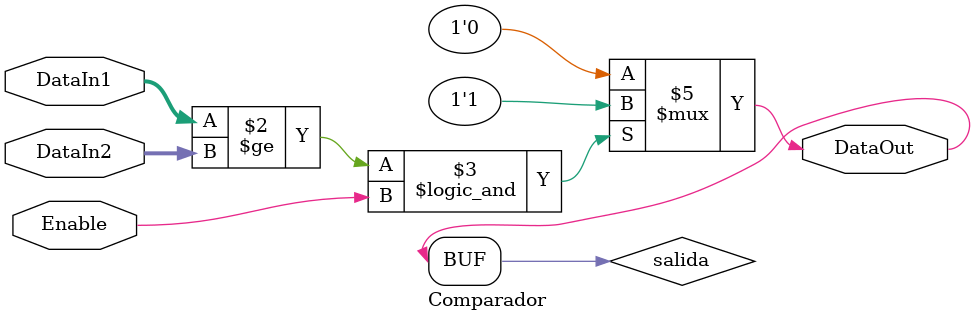
<source format=v>
`timescale 1ns / 1ps

module Comparador # (parameter SAMPLES=128, parameter OSF=8) (Enable,DataIn1,DataIn2,DataOut);
	input wire Enable;	
    input wire [$clog2(SAMPLES*OSF):0] DataIn1;//actual
    input wire [$clog2(SAMPLES*OSF):0] DataIn2;//media movil
    output wire DataOut;

    reg salida;


	always @ (*)
	begin
		if (DataIn1>=DataIn2&&Enable) 
		begin
			salida=1'd1;
		end
		else
		begin
			salida=1'd0;
		end
	end
	assign DataOut = salida;

endmodule
</source>
